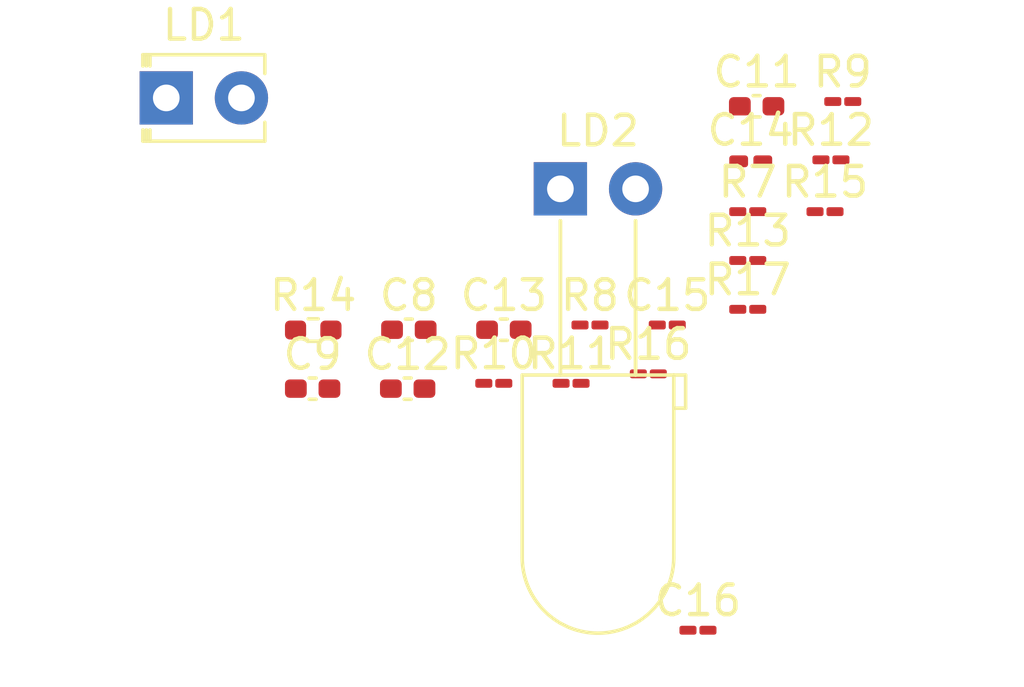
<source format=kicad_pcb>
(kicad_pcb (version 20171130) (host pcbnew "(5.1.10)-1")

  (general
    (thickness 1.6)
    (drawings 0)
    (tracks 0)
    (zones 0)
    (modules 21)
    (nets 19)
  )

  (page A4)
  (layers
    (0 F.Cu signal)
    (31 B.Cu signal)
    (32 B.Adhes user)
    (33 F.Adhes user)
    (34 B.Paste user)
    (35 F.Paste user)
    (36 B.SilkS user)
    (37 F.SilkS user)
    (38 B.Mask user)
    (39 F.Mask user)
    (40 Dwgs.User user)
    (41 Cmts.User user)
    (42 Eco1.User user)
    (43 Eco2.User user)
    (44 Edge.Cuts user)
    (45 Margin user)
    (46 B.CrtYd user)
    (47 F.CrtYd user)
    (48 B.Fab user)
    (49 F.Fab user)
  )

  (setup
    (last_trace_width 0.25)
    (trace_clearance 0.2)
    (zone_clearance 0.508)
    (zone_45_only no)
    (trace_min 0.2)
    (via_size 0.8)
    (via_drill 0.4)
    (via_min_size 0.4)
    (via_min_drill 0.3)
    (uvia_size 0.3)
    (uvia_drill 0.1)
    (uvias_allowed no)
    (uvia_min_size 0.2)
    (uvia_min_drill 0.1)
    (edge_width 0.05)
    (segment_width 0.2)
    (pcb_text_width 0.3)
    (pcb_text_size 1.5 1.5)
    (mod_edge_width 0.12)
    (mod_text_size 1 1)
    (mod_text_width 0.15)
    (pad_size 1.524 1.524)
    (pad_drill 0.762)
    (pad_to_mask_clearance 0)
    (aux_axis_origin 0 0)
    (visible_elements FFFFFF7F)
    (pcbplotparams
      (layerselection 0x010fc_ffffffff)
      (usegerberextensions false)
      (usegerberattributes true)
      (usegerberadvancedattributes true)
      (creategerberjobfile true)
      (excludeedgelayer true)
      (linewidth 0.100000)
      (plotframeref false)
      (viasonmask false)
      (mode 1)
      (useauxorigin false)
      (hpglpennumber 1)
      (hpglpenspeed 20)
      (hpglpendiameter 15.000000)
      (psnegative false)
      (psa4output false)
      (plotreference true)
      (plotvalue true)
      (plotinvisibletext false)
      (padsonsilk false)
      (subtractmaskfromsilk false)
      (outputformat 1)
      (mirror false)
      (drillshape 1)
      (scaleselection 1)
      (outputdirectory ""))
  )

  (net 0 "")
  (net 1 GNDREF)
  (net 2 Pin_8)
  (net 3 D+)
  (net 4 Pin_5)
  (net 5 "Net-(C12-Pad2)")
  (net 6 Pin_2)
  (net 7 "Net-(C14-Pad2)")
  (net 8 "Net-(LD1-Pad1)")
  (net 9 Pin_1)
  (net 10 "Net-(LD2-Pad1)")
  (net 11 "Net-(J1-Pad5)")
  (net 12 D-)
  (net 13 "Net-(J1-Pad4)")
  (net 14 "Net-(R9-Pad2)")
  (net 15 "Net-(R10-Pad1)")
  (net 16 "Net-(R11-Pad2)")
  (net 17 Pin_3)
  (net 18 VCC)

  (net_class Default "This is the default net class."
    (clearance 0.2)
    (trace_width 0.25)
    (via_dia 0.8)
    (via_drill 0.4)
    (uvia_dia 0.3)
    (uvia_drill 0.1)
    (add_net D+)
    (add_net D-)
    (add_net GNDREF)
    (add_net "Net-(C12-Pad2)")
    (add_net "Net-(C14-Pad2)")
    (add_net "Net-(J1-Pad4)")
    (add_net "Net-(J1-Pad5)")
    (add_net "Net-(LD1-Pad1)")
    (add_net "Net-(LD2-Pad1)")
    (add_net "Net-(R10-Pad1)")
    (add_net "Net-(R11-Pad2)")
    (add_net "Net-(R9-Pad2)")
    (add_net Pin_1)
    (add_net Pin_2)
    (add_net Pin_3)
    (add_net Pin_5)
    (add_net Pin_8)
    (add_net VCC)
  )

  (module LED_THT:LED_D5.0mm_Horizontal_O6.35mm_Z15.0mm (layer F.Cu) (tedit 5880A863) (tstamp 62F8082D)
    (at 86.609721 53.013281)
    (descr "LED, diameter 5.0mm z-position of LED center 3.0mm, 2 pins, diameter 5.0mm z-position of LED center 3.0mm, 2 pins, diameter 5.0mm z-position of LED center 3.0mm, 2 pins, diameter 5.0mm z-position of LED center 9.0mm, 2 pins, diameter 5.0mm z-position of LED center 9.0mm, 2 pins, diameter 5.0mm z-position of LED center 9.0mm, 2 pins, diameter 5.0mm z-position of LED center 15.0mm, 2 pins, diameter 5.0mm z-position of LED center 15.0mm, 2 pins, diameter 5.0mm z-position of LED center 15.0mm, 2 pins")
    (tags "LED diameter 5.0mm z-position of LED center 3.0mm 2 pins diameter 5.0mm z-position of LED center 3.0mm 2 pins diameter 5.0mm z-position of LED center 3.0mm 2 pins diameter 5.0mm z-position of LED center 9.0mm 2 pins diameter 5.0mm z-position of LED center 9.0mm 2 pins diameter 5.0mm z-position of LED center 9.0mm 2 pins diameter 5.0mm z-position of LED center 15.0mm 2 pins diameter 5.0mm z-position of LED center 15.0mm 2 pins diameter 5.0mm z-position of LED center 15.0mm 2 pins")
    (path /62F8164E)
    (fp_text reference LD2 (at 1.27 -1.96) (layer F.SilkS)
      (effects (font (size 1 1) (thickness 0.15)))
    )
    (fp_text value "Sensor illumination" (at 1.27 16.01) (layer F.Fab)
      (effects (font (size 1 1) (thickness 0.15)))
    )
    (fp_arc (start 1.27 12.45) (end -1.29 12.45) (angle -180) (layer F.SilkS) (width 0.12))
    (fp_arc (start 1.27 12.45) (end -1.23 12.45) (angle -180) (layer F.Fab) (width 0.1))
    (fp_line (start -1.23 6.35) (end -1.23 12.45) (layer F.Fab) (width 0.1))
    (fp_line (start 3.77 6.35) (end 3.77 12.45) (layer F.Fab) (width 0.1))
    (fp_line (start -1.23 6.35) (end 3.77 6.35) (layer F.Fab) (width 0.1))
    (fp_line (start 4.17 6.35) (end 4.17 7.35) (layer F.Fab) (width 0.1))
    (fp_line (start 4.17 7.35) (end 3.77 7.35) (layer F.Fab) (width 0.1))
    (fp_line (start 3.77 7.35) (end 3.77 6.35) (layer F.Fab) (width 0.1))
    (fp_line (start 3.77 6.35) (end 4.17 6.35) (layer F.Fab) (width 0.1))
    (fp_line (start 0 0) (end 0 6.35) (layer F.Fab) (width 0.1))
    (fp_line (start 0 6.35) (end 0 6.35) (layer F.Fab) (width 0.1))
    (fp_line (start 0 6.35) (end 0 0) (layer F.Fab) (width 0.1))
    (fp_line (start 0 0) (end 0 0) (layer F.Fab) (width 0.1))
    (fp_line (start 2.54 0) (end 2.54 6.35) (layer F.Fab) (width 0.1))
    (fp_line (start 2.54 6.35) (end 2.54 6.35) (layer F.Fab) (width 0.1))
    (fp_line (start 2.54 6.35) (end 2.54 0) (layer F.Fab) (width 0.1))
    (fp_line (start 2.54 0) (end 2.54 0) (layer F.Fab) (width 0.1))
    (fp_line (start -1.29 6.29) (end -1.29 12.45) (layer F.SilkS) (width 0.12))
    (fp_line (start 3.83 6.29) (end 3.83 12.45) (layer F.SilkS) (width 0.12))
    (fp_line (start -1.29 6.29) (end 3.83 6.29) (layer F.SilkS) (width 0.12))
    (fp_line (start 4.23 6.29) (end 4.23 7.41) (layer F.SilkS) (width 0.12))
    (fp_line (start 4.23 7.41) (end 3.83 7.41) (layer F.SilkS) (width 0.12))
    (fp_line (start 3.83 7.41) (end 3.83 6.29) (layer F.SilkS) (width 0.12))
    (fp_line (start 3.83 6.29) (end 4.23 6.29) (layer F.SilkS) (width 0.12))
    (fp_line (start 0 1.08) (end 0 6.29) (layer F.SilkS) (width 0.12))
    (fp_line (start 0 6.29) (end 0 6.29) (layer F.SilkS) (width 0.12))
    (fp_line (start 0 6.29) (end 0 1.08) (layer F.SilkS) (width 0.12))
    (fp_line (start 0 1.08) (end 0 1.08) (layer F.SilkS) (width 0.12))
    (fp_line (start 2.54 1.08) (end 2.54 6.29) (layer F.SilkS) (width 0.12))
    (fp_line (start 2.54 6.29) (end 2.54 6.29) (layer F.SilkS) (width 0.12))
    (fp_line (start 2.54 6.29) (end 2.54 1.08) (layer F.SilkS) (width 0.12))
    (fp_line (start 2.54 1.08) (end 2.54 1.08) (layer F.SilkS) (width 0.12))
    (fp_line (start -1.95 -1.25) (end -1.95 15.3) (layer F.CrtYd) (width 0.05))
    (fp_line (start -1.95 15.3) (end 4.5 15.3) (layer F.CrtYd) (width 0.05))
    (fp_line (start 4.5 15.3) (end 4.5 -1.25) (layer F.CrtYd) (width 0.05))
    (fp_line (start 4.5 -1.25) (end -1.95 -1.25) (layer F.CrtYd) (width 0.05))
    (pad 2 thru_hole circle (at 2.54 0) (size 1.8 1.8) (drill 0.9) (layers *.Cu *.Mask)
      (net 9 Pin_1))
    (pad 1 thru_hole rect (at 0 0) (size 1.8 1.8) (drill 0.9) (layers *.Cu *.Mask)
      (net 10 "Net-(LD2-Pad1)"))
    (model ${KISYS3DMOD}/LED_THT.3dshapes/LED_D5.0mm_Horizontal_O6.35mm_Z15.0mm.wrl
      (at (xyz 0 0 0))
      (scale (xyz 1 1 1))
      (rotate (xyz 0 0 0))
    )
  )

  (module LED_THT:LED_D2.0mm_W4.0mm_H2.8mm_FlatTop (layer F.Cu) (tedit 5880A862) (tstamp 62F8081B)
    (at 73.29424 49.94148)
    (descr "LED, Round, FlatTop,  Rectangular size 4.0x2.8mm^2 diameter 2.0mm, 2 pins, http://www.kingbright.com/attachments/file/psearch/000/00/00/L-1034IDT(Ver.9A).pdf")
    (tags "LED Round FlatTop  Rectangular size 4.0x2.8mm^2 diameter 2.0mm 2 pins")
    (path /62F81B20)
    (fp_text reference LD1 (at 1.27 -2.46) (layer F.SilkS)
      (effects (font (size 1 1) (thickness 0.15)))
    )
    (fp_text value "Rotary illumintion" (at 1.27 2.46) (layer F.Fab)
      (effects (font (size 1 1) (thickness 0.15)))
    )
    (fp_circle (center 1.27 0) (end 2.27 0) (layer F.Fab) (width 0.1))
    (fp_line (start -0.73 -1.4) (end -0.73 1.4) (layer F.Fab) (width 0.1))
    (fp_line (start -0.73 1.4) (end 3.27 1.4) (layer F.Fab) (width 0.1))
    (fp_line (start 3.27 1.4) (end 3.27 -1.4) (layer F.Fab) (width 0.1))
    (fp_line (start 3.27 -1.4) (end -0.73 -1.4) (layer F.Fab) (width 0.1))
    (fp_line (start -0.79 -1.46) (end 3.33 -1.46) (layer F.SilkS) (width 0.12))
    (fp_line (start -0.79 1.46) (end 3.33 1.46) (layer F.SilkS) (width 0.12))
    (fp_line (start -0.79 -1.46) (end -0.79 -1.08) (layer F.SilkS) (width 0.12))
    (fp_line (start -0.79 1.08) (end -0.79 1.46) (layer F.SilkS) (width 0.12))
    (fp_line (start 3.33 -1.46) (end 3.33 -0.825) (layer F.SilkS) (width 0.12))
    (fp_line (start 3.33 0.825) (end 3.33 1.46) (layer F.SilkS) (width 0.12))
    (fp_line (start -0.67 -1.46) (end -0.67 -1.08) (layer F.SilkS) (width 0.12))
    (fp_line (start -0.67 1.08) (end -0.67 1.46) (layer F.SilkS) (width 0.12))
    (fp_line (start -0.55 -1.46) (end -0.55 -1.08) (layer F.SilkS) (width 0.12))
    (fp_line (start -0.55 1.08) (end -0.55 1.46) (layer F.SilkS) (width 0.12))
    (fp_line (start -1.15 -1.75) (end -1.15 1.75) (layer F.CrtYd) (width 0.05))
    (fp_line (start -1.15 1.75) (end 3.7 1.75) (layer F.CrtYd) (width 0.05))
    (fp_line (start 3.7 1.75) (end 3.7 -1.75) (layer F.CrtYd) (width 0.05))
    (fp_line (start 3.7 -1.75) (end -1.15 -1.75) (layer F.CrtYd) (width 0.05))
    (pad 2 thru_hole circle (at 2.54 0) (size 1.8 1.8) (drill 0.9) (layers *.Cu *.Mask)
      (net 6 Pin_2))
    (pad 1 thru_hole rect (at 0 0) (size 1.8 1.8) (drill 0.9) (layers *.Cu *.Mask)
      (net 8 "Net-(LD1-Pad1)"))
    (model ${KISYS3DMOD}/LED_THT.3dshapes/LED_D2.0mm_W4.0mm_H2.8mm_FlatTop.wrl
      (at (xyz 0 0 0))
      (scale (xyz 1 1 1))
      (rotate (xyz 0 0 0))
    )
  )

  (module Capacitor_SMD:C_01005_0402Metric_Pad0.57x0.30mm_HandSolder (layer F.Cu) (tedit 5F6BBCCE) (tstamp 62F87134)
    (at 91.25712 67.92468)
    (descr "Capacitor SMD 01005 (0402 Metric), square (rectangular) end terminal, IPC_7351 nominal with elongated pad for handsoldering. (Body size source: http://www.vishay.com/docs/20056/crcw01005e3.pdf), generated with kicad-footprint-generator")
    (tags "capacitor handsolder")
    (path /62FADAD6)
    (attr smd)
    (fp_text reference C16 (at 0 -1) (layer F.SilkS)
      (effects (font (size 1 1) (thickness 0.15)))
    )
    (fp_text value "C NC" (at 0 1) (layer F.Fab)
      (effects (font (size 1 1) (thickness 0.15)))
    )
    (fp_text user %R (at 0 -0.62) (layer F.Fab)
      (effects (font (size 0.25 0.25) (thickness 0.04)))
    )
    (fp_line (start -0.2 0.1) (end -0.2 -0.1) (layer F.Fab) (width 0.1))
    (fp_line (start -0.2 -0.1) (end 0.2 -0.1) (layer F.Fab) (width 0.1))
    (fp_line (start 0.2 -0.1) (end 0.2 0.1) (layer F.Fab) (width 0.1))
    (fp_line (start 0.2 0.1) (end -0.2 0.1) (layer F.Fab) (width 0.1))
    (fp_line (start -0.78 0.3) (end -0.78 -0.3) (layer F.CrtYd) (width 0.05))
    (fp_line (start -0.78 -0.3) (end 0.78 -0.3) (layer F.CrtYd) (width 0.05))
    (fp_line (start 0.78 -0.3) (end 0.78 0.3) (layer F.CrtYd) (width 0.05))
    (fp_line (start 0.78 0.3) (end -0.78 0.3) (layer F.CrtYd) (width 0.05))
    (pad 2 smd roundrect (at 0.3375 0) (size 0.575 0.3) (layers F.Cu F.Mask) (roundrect_rratio 0.25)
      (net 1 GNDREF))
    (pad 1 smd roundrect (at -0.3375 0) (size 0.575 0.3) (layers F.Cu F.Mask) (roundrect_rratio 0.25)
      (net 6 Pin_2))
    (pad "" smd roundrect (at 0.3625 0) (size 0.41 0.27) (layers F.Paste) (roundrect_rratio 0.25))
    (pad "" smd roundrect (at -0.3625 0) (size 0.41 0.27) (layers F.Paste) (roundrect_rratio 0.25))
    (model ${KISYS3DMOD}/Capacitor_SMD.3dshapes/C_01005_0402Metric.wrl
      (at (xyz 0 0 0))
      (scale (xyz 1 1 1))
      (rotate (xyz 0 0 0))
    )
  )

  (module Resistor_SMD:R_01005_0402Metric_Pad0.57x0.30mm_HandSolder (layer F.Cu) (tedit 5F6BBCCE) (tstamp 62F808E8)
    (at 92.939721 57.083281)
    (descr "Resistor SMD 01005 (0402 Metric), square (rectangular) end terminal, IPC_7351 nominal with elongated pad for handsoldering. (Body size source: http://www.vishay.com/docs/20056/crcw01005e3.pdf), generated with kicad-footprint-generator")
    (tags "resistor handsolder")
    (path /62F97895)
    (attr smd)
    (fp_text reference R17 (at 0 -1) (layer F.SilkS)
      (effects (font (size 1 1) (thickness 0.15)))
    )
    (fp_text value R (at 0 1) (layer F.Fab)
      (effects (font (size 1 1) (thickness 0.15)))
    )
    (fp_text user %R (at 0 -0.62) (layer F.Fab)
      (effects (font (size 0.25 0.25) (thickness 0.04)))
    )
    (fp_line (start -0.2 0.1) (end -0.2 -0.1) (layer F.Fab) (width 0.1))
    (fp_line (start -0.2 -0.1) (end 0.2 -0.1) (layer F.Fab) (width 0.1))
    (fp_line (start 0.2 -0.1) (end 0.2 0.1) (layer F.Fab) (width 0.1))
    (fp_line (start 0.2 0.1) (end -0.2 0.1) (layer F.Fab) (width 0.1))
    (fp_line (start -0.78 0.3) (end -0.78 -0.3) (layer F.CrtYd) (width 0.05))
    (fp_line (start -0.78 -0.3) (end 0.78 -0.3) (layer F.CrtYd) (width 0.05))
    (fp_line (start 0.78 -0.3) (end 0.78 0.3) (layer F.CrtYd) (width 0.05))
    (fp_line (start 0.78 0.3) (end -0.78 0.3) (layer F.CrtYd) (width 0.05))
    (pad 2 smd roundrect (at 0.3375 0) (size 0.575 0.3) (layers F.Cu F.Mask) (roundrect_rratio 0.25)
      (net 6 Pin_2))
    (pad 1 smd roundrect (at -0.3375 0) (size 0.575 0.3) (layers F.Cu F.Mask) (roundrect_rratio 0.25)
      (net 5 "Net-(C12-Pad2)"))
    (pad "" smd roundrect (at 0.3625 0) (size 0.41 0.27) (layers F.Paste) (roundrect_rratio 0.25))
    (pad "" smd roundrect (at -0.3625 0) (size 0.41 0.27) (layers F.Paste) (roundrect_rratio 0.25))
    (model ${KISYS3DMOD}/Resistor_SMD.3dshapes/R_01005_0402Metric.wrl
      (at (xyz 0 0 0))
      (scale (xyz 1 1 1))
      (rotate (xyz 0 0 0))
    )
  )

  (module Resistor_SMD:R_01005_0402Metric_Pad0.57x0.30mm_HandSolder (layer F.Cu) (tedit 5F6BBCCE) (tstamp 62F808D7)
    (at 89.579721 59.263281)
    (descr "Resistor SMD 01005 (0402 Metric), square (rectangular) end terminal, IPC_7351 nominal with elongated pad for handsoldering. (Body size source: http://www.vishay.com/docs/20056/crcw01005e3.pdf), generated with kicad-footprint-generator")
    (tags "resistor handsolder")
    (path /62F9F594)
    (attr smd)
    (fp_text reference R16 (at 0 -1) (layer F.SilkS)
      (effects (font (size 1 1) (thickness 0.15)))
    )
    (fp_text value "R 000" (at 0 1) (layer F.Fab)
      (effects (font (size 1 1) (thickness 0.15)))
    )
    (fp_text user %R (at 0 -0.62) (layer F.Fab)
      (effects (font (size 0.25 0.25) (thickness 0.04)))
    )
    (fp_line (start -0.2 0.1) (end -0.2 -0.1) (layer F.Fab) (width 0.1))
    (fp_line (start -0.2 -0.1) (end 0.2 -0.1) (layer F.Fab) (width 0.1))
    (fp_line (start 0.2 -0.1) (end 0.2 0.1) (layer F.Fab) (width 0.1))
    (fp_line (start 0.2 0.1) (end -0.2 0.1) (layer F.Fab) (width 0.1))
    (fp_line (start -0.78 0.3) (end -0.78 -0.3) (layer F.CrtYd) (width 0.05))
    (fp_line (start -0.78 -0.3) (end 0.78 -0.3) (layer F.CrtYd) (width 0.05))
    (fp_line (start 0.78 -0.3) (end 0.78 0.3) (layer F.CrtYd) (width 0.05))
    (fp_line (start 0.78 0.3) (end -0.78 0.3) (layer F.CrtYd) (width 0.05))
    (pad 2 smd roundrect (at 0.3375 0) (size 0.575 0.3) (layers F.Cu F.Mask) (roundrect_rratio 0.25)
      (net 7 "Net-(C14-Pad2)"))
    (pad 1 smd roundrect (at -0.3375 0) (size 0.575 0.3) (layers F.Cu F.Mask) (roundrect_rratio 0.25)
      (net 6 Pin_2))
    (pad "" smd roundrect (at 0.3625 0) (size 0.41 0.27) (layers F.Paste) (roundrect_rratio 0.25))
    (pad "" smd roundrect (at -0.3625 0) (size 0.41 0.27) (layers F.Paste) (roundrect_rratio 0.25))
    (model ${KISYS3DMOD}/Resistor_SMD.3dshapes/R_01005_0402Metric.wrl
      (at (xyz 0 0 0))
      (scale (xyz 1 1 1))
      (rotate (xyz 0 0 0))
    )
  )

  (module Resistor_SMD:R_01005_0402Metric_Pad0.57x0.30mm_HandSolder (layer F.Cu) (tedit 5F6BBCCE) (tstamp 62F808C6)
    (at 95.549721 53.783281)
    (descr "Resistor SMD 01005 (0402 Metric), square (rectangular) end terminal, IPC_7351 nominal with elongated pad for handsoldering. (Body size source: http://www.vishay.com/docs/20056/crcw01005e3.pdf), generated with kicad-footprint-generator")
    (tags "resistor handsolder")
    (path /62F9F9E0)
    (attr smd)
    (fp_text reference R15 (at 0 -1) (layer F.SilkS)
      (effects (font (size 1 1) (thickness 0.15)))
    )
    (fp_text value "R 1R0" (at 0 1) (layer F.Fab)
      (effects (font (size 1 1) (thickness 0.15)))
    )
    (fp_text user %R (at 0 -0.62) (layer F.Fab)
      (effects (font (size 0.25 0.25) (thickness 0.04)))
    )
    (fp_line (start -0.2 0.1) (end -0.2 -0.1) (layer F.Fab) (width 0.1))
    (fp_line (start -0.2 -0.1) (end 0.2 -0.1) (layer F.Fab) (width 0.1))
    (fp_line (start 0.2 -0.1) (end 0.2 0.1) (layer F.Fab) (width 0.1))
    (fp_line (start 0.2 0.1) (end -0.2 0.1) (layer F.Fab) (width 0.1))
    (fp_line (start -0.78 0.3) (end -0.78 -0.3) (layer F.CrtYd) (width 0.05))
    (fp_line (start -0.78 -0.3) (end 0.78 -0.3) (layer F.CrtYd) (width 0.05))
    (fp_line (start 0.78 -0.3) (end 0.78 0.3) (layer F.CrtYd) (width 0.05))
    (fp_line (start 0.78 0.3) (end -0.78 0.3) (layer F.CrtYd) (width 0.05))
    (pad 2 smd roundrect (at 0.3375 0) (size 0.575 0.3) (layers F.Cu F.Mask) (roundrect_rratio 0.25)
      (net 18 VCC))
    (pad 1 smd roundrect (at -0.3375 0) (size 0.575 0.3) (layers F.Cu F.Mask) (roundrect_rratio 0.25)
      (net 7 "Net-(C14-Pad2)"))
    (pad "" smd roundrect (at 0.3625 0) (size 0.41 0.27) (layers F.Paste) (roundrect_rratio 0.25))
    (pad "" smd roundrect (at -0.3625 0) (size 0.41 0.27) (layers F.Paste) (roundrect_rratio 0.25))
    (model ${KISYS3DMOD}/Resistor_SMD.3dshapes/R_01005_0402Metric.wrl
      (at (xyz 0 0 0))
      (scale (xyz 1 1 1))
      (rotate (xyz 0 0 0))
    )
  )

  (module Resistor_SMD:R_0402_1005Metric_Pad0.72x0.64mm_HandSolder (layer F.Cu) (tedit 5F6BB9E0) (tstamp 62F808B5)
    (at 78.259721 57.783281)
    (descr "Resistor SMD 0402 (1005 Metric), square (rectangular) end terminal, IPC_7351 nominal with elongated pad for handsoldering. (Body size source: IPC-SM-782 page 72, https://www.pcb-3d.com/wordpress/wp-content/uploads/ipc-sm-782a_amendment_1_and_2.pdf), generated with kicad-footprint-generator")
    (tags "resistor handsolder")
    (path /62FDEBB7)
    (attr smd)
    (fp_text reference R14 (at 0 -1.17) (layer F.SilkS)
      (effects (font (size 1 1) (thickness 0.15)))
    )
    (fp_text value "R 1500ohm ± 5%" (at 0 1.17) (layer F.Fab)
      (effects (font (size 1 1) (thickness 0.15)))
    )
    (fp_text user %R (at 0 0) (layer F.Fab)
      (effects (font (size 0.26 0.26) (thickness 0.04)))
    )
    (fp_line (start -0.525 0.27) (end -0.525 -0.27) (layer F.Fab) (width 0.1))
    (fp_line (start -0.525 -0.27) (end 0.525 -0.27) (layer F.Fab) (width 0.1))
    (fp_line (start 0.525 -0.27) (end 0.525 0.27) (layer F.Fab) (width 0.1))
    (fp_line (start 0.525 0.27) (end -0.525 0.27) (layer F.Fab) (width 0.1))
    (fp_line (start -0.167621 -0.38) (end 0.167621 -0.38) (layer F.SilkS) (width 0.12))
    (fp_line (start -0.167621 0.38) (end 0.167621 0.38) (layer F.SilkS) (width 0.12))
    (fp_line (start -1.1 0.47) (end -1.1 -0.47) (layer F.CrtYd) (width 0.05))
    (fp_line (start -1.1 -0.47) (end 1.1 -0.47) (layer F.CrtYd) (width 0.05))
    (fp_line (start 1.1 -0.47) (end 1.1 0.47) (layer F.CrtYd) (width 0.05))
    (fp_line (start 1.1 0.47) (end -1.1 0.47) (layer F.CrtYd) (width 0.05))
    (pad 2 smd roundrect (at 0.5975 0) (size 0.715 0.64) (layers F.Cu F.Paste F.Mask) (roundrect_rratio 0.25)
      (net 17 Pin_3))
    (pad 1 smd roundrect (at -0.5975 0) (size 0.715 0.64) (layers F.Cu F.Paste F.Mask) (roundrect_rratio 0.25)
      (net 8 "Net-(LD1-Pad1)"))
    (model ${KISYS3DMOD}/Resistor_SMD.3dshapes/R_0402_1005Metric.wrl
      (at (xyz 0 0 0))
      (scale (xyz 1 1 1))
      (rotate (xyz 0 0 0))
    )
  )

  (module Resistor_SMD:R_01005_0402Metric_Pad0.57x0.30mm_HandSolder (layer F.Cu) (tedit 5F6BBCCE) (tstamp 62F808A4)
    (at 92.939721 55.433281)
    (descr "Resistor SMD 01005 (0402 Metric), square (rectangular) end terminal, IPC_7351 nominal with elongated pad for handsoldering. (Body size source: http://www.vishay.com/docs/20056/crcw01005e3.pdf), generated with kicad-footprint-generator")
    (tags "resistor handsolder")
    (path /62F9FE60)
    (attr smd)
    (fp_text reference R13 (at 0 -1) (layer F.SilkS)
      (effects (font (size 1 1) (thickness 0.15)))
    )
    (fp_text value "R 105" (at 0 1) (layer F.Fab)
      (effects (font (size 1 1) (thickness 0.15)))
    )
    (fp_text user %R (at 0 -0.62) (layer F.Fab)
      (effects (font (size 0.25 0.25) (thickness 0.04)))
    )
    (fp_line (start -0.2 0.1) (end -0.2 -0.1) (layer F.Fab) (width 0.1))
    (fp_line (start -0.2 -0.1) (end 0.2 -0.1) (layer F.Fab) (width 0.1))
    (fp_line (start 0.2 -0.1) (end 0.2 0.1) (layer F.Fab) (width 0.1))
    (fp_line (start 0.2 0.1) (end -0.2 0.1) (layer F.Fab) (width 0.1))
    (fp_line (start -0.78 0.3) (end -0.78 -0.3) (layer F.CrtYd) (width 0.05))
    (fp_line (start -0.78 -0.3) (end 0.78 -0.3) (layer F.CrtYd) (width 0.05))
    (fp_line (start 0.78 -0.3) (end 0.78 0.3) (layer F.CrtYd) (width 0.05))
    (fp_line (start 0.78 0.3) (end -0.78 0.3) (layer F.CrtYd) (width 0.05))
    (pad 2 smd roundrect (at 0.3375 0) (size 0.575 0.3) (layers F.Cu F.Mask) (roundrect_rratio 0.25)
      (net 6 Pin_2))
    (pad 1 smd roundrect (at -0.3375 0) (size 0.575 0.3) (layers F.Cu F.Mask) (roundrect_rratio 0.25)
      (net 4 Pin_5))
    (pad "" smd roundrect (at 0.3625 0) (size 0.41 0.27) (layers F.Paste) (roundrect_rratio 0.25))
    (pad "" smd roundrect (at -0.3625 0) (size 0.41 0.27) (layers F.Paste) (roundrect_rratio 0.25))
    (model ${KISYS3DMOD}/Resistor_SMD.3dshapes/R_01005_0402Metric.wrl
      (at (xyz 0 0 0))
      (scale (xyz 1 1 1))
      (rotate (xyz 0 0 0))
    )
  )

  (module Resistor_SMD:R_01005_0402Metric_Pad0.57x0.30mm_HandSolder (layer F.Cu) (tedit 5F6BBCCE) (tstamp 62F80893)
    (at 95.749721 52.033281)
    (descr "Resistor SMD 01005 (0402 Metric), square (rectangular) end terminal, IPC_7351 nominal with elongated pad for handsoldering. (Body size source: http://www.vishay.com/docs/20056/crcw01005e3.pdf), generated with kicad-footprint-generator")
    (tags "resistor handsolder")
    (path /62F83C24)
    (attr smd)
    (fp_text reference R12 (at 0 -1) (layer F.SilkS)
      (effects (font (size 1 1) (thickness 0.15)))
    )
    (fp_text value "330 LD2 resistor" (at 0 1) (layer F.Fab)
      (effects (font (size 1 1) (thickness 0.15)))
    )
    (fp_text user %R (at 0 -0.62) (layer F.Fab)
      (effects (font (size 0.25 0.25) (thickness 0.04)))
    )
    (fp_line (start -0.2 0.1) (end -0.2 -0.1) (layer F.Fab) (width 0.1))
    (fp_line (start -0.2 -0.1) (end 0.2 -0.1) (layer F.Fab) (width 0.1))
    (fp_line (start 0.2 -0.1) (end 0.2 0.1) (layer F.Fab) (width 0.1))
    (fp_line (start 0.2 0.1) (end -0.2 0.1) (layer F.Fab) (width 0.1))
    (fp_line (start -0.78 0.3) (end -0.78 -0.3) (layer F.CrtYd) (width 0.05))
    (fp_line (start -0.78 -0.3) (end 0.78 -0.3) (layer F.CrtYd) (width 0.05))
    (fp_line (start 0.78 -0.3) (end 0.78 0.3) (layer F.CrtYd) (width 0.05))
    (fp_line (start 0.78 0.3) (end -0.78 0.3) (layer F.CrtYd) (width 0.05))
    (pad 2 smd roundrect (at 0.3375 0) (size 0.575 0.3) (layers F.Cu F.Mask) (roundrect_rratio 0.25)
      (net 10 "Net-(LD2-Pad1)"))
    (pad 1 smd roundrect (at -0.3375 0) (size 0.575 0.3) (layers F.Cu F.Mask) (roundrect_rratio 0.25)
      (net 4 Pin_5))
    (pad "" smd roundrect (at 0.3625 0) (size 0.41 0.27) (layers F.Paste) (roundrect_rratio 0.25))
    (pad "" smd roundrect (at -0.3625 0) (size 0.41 0.27) (layers F.Paste) (roundrect_rratio 0.25))
    (model ${KISYS3DMOD}/Resistor_SMD.3dshapes/R_01005_0402Metric.wrl
      (at (xyz 0 0 0))
      (scale (xyz 1 1 1))
      (rotate (xyz 0 0 0))
    )
  )

  (module Resistor_SMD:R_01005_0402Metric_Pad0.57x0.30mm_HandSolder (layer F.Cu) (tedit 5F6BBCCE) (tstamp 62F80882)
    (at 86.969721 59.583281)
    (descr "Resistor SMD 01005 (0402 Metric), square (rectangular) end terminal, IPC_7351 nominal with elongated pad for handsoldering. (Body size source: http://www.vishay.com/docs/20056/crcw01005e3.pdf), generated with kicad-footprint-generator")
    (tags "resistor handsolder")
    (path /62F8570A)
    (attr smd)
    (fp_text reference R11 (at 0 -1) (layer F.SilkS)
      (effects (font (size 1 1) (thickness 0.15)))
    )
    (fp_text value 330_M_click (at 0 1) (layer F.Fab)
      (effects (font (size 1 1) (thickness 0.15)))
    )
    (fp_text user %R (at 0 -0.62) (layer F.Fab)
      (effects (font (size 0.25 0.25) (thickness 0.04)))
    )
    (fp_line (start -0.2 0.1) (end -0.2 -0.1) (layer F.Fab) (width 0.1))
    (fp_line (start -0.2 -0.1) (end 0.2 -0.1) (layer F.Fab) (width 0.1))
    (fp_line (start 0.2 -0.1) (end 0.2 0.1) (layer F.Fab) (width 0.1))
    (fp_line (start 0.2 0.1) (end -0.2 0.1) (layer F.Fab) (width 0.1))
    (fp_line (start -0.78 0.3) (end -0.78 -0.3) (layer F.CrtYd) (width 0.05))
    (fp_line (start -0.78 -0.3) (end 0.78 -0.3) (layer F.CrtYd) (width 0.05))
    (fp_line (start 0.78 -0.3) (end 0.78 0.3) (layer F.CrtYd) (width 0.05))
    (fp_line (start 0.78 0.3) (end -0.78 0.3) (layer F.CrtYd) (width 0.05))
    (pad 2 smd roundrect (at 0.3375 0) (size 0.575 0.3) (layers F.Cu F.Mask) (roundrect_rratio 0.25)
      (net 16 "Net-(R11-Pad2)"))
    (pad 1 smd roundrect (at -0.3375 0) (size 0.575 0.3) (layers F.Cu F.Mask) (roundrect_rratio 0.25)
      (net 9 Pin_1))
    (pad "" smd roundrect (at 0.3625 0) (size 0.41 0.27) (layers F.Paste) (roundrect_rratio 0.25))
    (pad "" smd roundrect (at -0.3625 0) (size 0.41 0.27) (layers F.Paste) (roundrect_rratio 0.25))
    (model ${KISYS3DMOD}/Resistor_SMD.3dshapes/R_01005_0402Metric.wrl
      (at (xyz 0 0 0))
      (scale (xyz 1 1 1))
      (rotate (xyz 0 0 0))
    )
  )

  (module Resistor_SMD:R_01005_0402Metric_Pad0.57x0.30mm_HandSolder (layer F.Cu) (tedit 5F6BBCCE) (tstamp 62F80871)
    (at 84.359721 59.583281)
    (descr "Resistor SMD 01005 (0402 Metric), square (rectangular) end terminal, IPC_7351 nominal with elongated pad for handsoldering. (Body size source: http://www.vishay.com/docs/20056/crcw01005e3.pdf), generated with kicad-footprint-generator")
    (tags "resistor handsolder")
    (path /62FB531F)
    (attr smd)
    (fp_text reference R10 (at 0 -1) (layer F.SilkS)
      (effects (font (size 1 1) (thickness 0.15)))
    )
    (fp_text value "R 303" (at 0 1) (layer F.Fab)
      (effects (font (size 1 1) (thickness 0.15)))
    )
    (fp_text user %R (at 0 -0.62) (layer F.Fab)
      (effects (font (size 0.25 0.25) (thickness 0.04)))
    )
    (fp_line (start -0.2 0.1) (end -0.2 -0.1) (layer F.Fab) (width 0.1))
    (fp_line (start -0.2 -0.1) (end 0.2 -0.1) (layer F.Fab) (width 0.1))
    (fp_line (start 0.2 -0.1) (end 0.2 0.1) (layer F.Fab) (width 0.1))
    (fp_line (start 0.2 0.1) (end -0.2 0.1) (layer F.Fab) (width 0.1))
    (fp_line (start -0.78 0.3) (end -0.78 -0.3) (layer F.CrtYd) (width 0.05))
    (fp_line (start -0.78 -0.3) (end 0.78 -0.3) (layer F.CrtYd) (width 0.05))
    (fp_line (start 0.78 -0.3) (end 0.78 0.3) (layer F.CrtYd) (width 0.05))
    (fp_line (start 0.78 0.3) (end -0.78 0.3) (layer F.CrtYd) (width 0.05))
    (pad 2 smd roundrect (at 0.3375 0) (size 0.575 0.3) (layers F.Cu F.Mask) (roundrect_rratio 0.25)
      (net 4 Pin_5))
    (pad 1 smd roundrect (at -0.3375 0) (size 0.575 0.3) (layers F.Cu F.Mask) (roundrect_rratio 0.25)
      (net 15 "Net-(R10-Pad1)"))
    (pad "" smd roundrect (at 0.3625 0) (size 0.41 0.27) (layers F.Paste) (roundrect_rratio 0.25))
    (pad "" smd roundrect (at -0.3625 0) (size 0.41 0.27) (layers F.Paste) (roundrect_rratio 0.25))
    (model ${KISYS3DMOD}/Resistor_SMD.3dshapes/R_01005_0402Metric.wrl
      (at (xyz 0 0 0))
      (scale (xyz 1 1 1))
      (rotate (xyz 0 0 0))
    )
  )

  (module Resistor_SMD:R_01005_0402Metric_Pad0.57x0.30mm_HandSolder (layer F.Cu) (tedit 5F6BBCCE) (tstamp 62F80860)
    (at 96.149721 50.063281)
    (descr "Resistor SMD 01005 (0402 Metric), square (rectangular) end terminal, IPC_7351 nominal with elongated pad for handsoldering. (Body size source: http://www.vishay.com/docs/20056/crcw01005e3.pdf), generated with kicad-footprint-generator")
    (tags "resistor handsolder")
    (path /62FB4CF2)
    (attr smd)
    (fp_text reference R9 (at 0 -1) (layer F.SilkS)
      (effects (font (size 1 1) (thickness 0.15)))
    )
    (fp_text value "R 303" (at 0 1) (layer F.Fab)
      (effects (font (size 1 1) (thickness 0.15)))
    )
    (fp_text user %R (at 0 -0.62) (layer F.Fab)
      (effects (font (size 0.25 0.25) (thickness 0.04)))
    )
    (fp_line (start -0.2 0.1) (end -0.2 -0.1) (layer F.Fab) (width 0.1))
    (fp_line (start -0.2 -0.1) (end 0.2 -0.1) (layer F.Fab) (width 0.1))
    (fp_line (start 0.2 -0.1) (end 0.2 0.1) (layer F.Fab) (width 0.1))
    (fp_line (start 0.2 0.1) (end -0.2 0.1) (layer F.Fab) (width 0.1))
    (fp_line (start -0.78 0.3) (end -0.78 -0.3) (layer F.CrtYd) (width 0.05))
    (fp_line (start -0.78 -0.3) (end 0.78 -0.3) (layer F.CrtYd) (width 0.05))
    (fp_line (start 0.78 -0.3) (end 0.78 0.3) (layer F.CrtYd) (width 0.05))
    (fp_line (start 0.78 0.3) (end -0.78 0.3) (layer F.CrtYd) (width 0.05))
    (pad 2 smd roundrect (at 0.3375 0) (size 0.575 0.3) (layers F.Cu F.Mask) (roundrect_rratio 0.25)
      (net 14 "Net-(R9-Pad2)"))
    (pad 1 smd roundrect (at -0.3375 0) (size 0.575 0.3) (layers F.Cu F.Mask) (roundrect_rratio 0.25)
      (net 4 Pin_5))
    (pad "" smd roundrect (at 0.3625 0) (size 0.41 0.27) (layers F.Paste) (roundrect_rratio 0.25))
    (pad "" smd roundrect (at -0.3625 0) (size 0.41 0.27) (layers F.Paste) (roundrect_rratio 0.25))
    (model ${KISYS3DMOD}/Resistor_SMD.3dshapes/R_01005_0402Metric.wrl
      (at (xyz 0 0 0))
      (scale (xyz 1 1 1))
      (rotate (xyz 0 0 0))
    )
  )

  (module Resistor_SMD:R_01005_0402Metric_Pad0.57x0.30mm_HandSolder (layer F.Cu) (tedit 5F6BBCCE) (tstamp 62F8084F)
    (at 87.609721 57.613281)
    (descr "Resistor SMD 01005 (0402 Metric), square (rectangular) end terminal, IPC_7351 nominal with elongated pad for handsoldering. (Body size source: http://www.vishay.com/docs/20056/crcw01005e3.pdf), generated with kicad-footprint-generator")
    (tags "resistor handsolder")
    (path /62FCF553)
    (attr smd)
    (fp_text reference R8 (at 0 -1) (layer F.SilkS)
      (effects (font (size 1 1) (thickness 0.15)))
    )
    (fp_text value "R 270" (at 0 1) (layer F.Fab)
      (effects (font (size 1 1) (thickness 0.15)))
    )
    (fp_text user %R (at 0 -0.62) (layer F.Fab)
      (effects (font (size 0.25 0.25) (thickness 0.04)))
    )
    (fp_line (start -0.2 0.1) (end -0.2 -0.1) (layer F.Fab) (width 0.1))
    (fp_line (start -0.2 -0.1) (end 0.2 -0.1) (layer F.Fab) (width 0.1))
    (fp_line (start 0.2 -0.1) (end 0.2 0.1) (layer F.Fab) (width 0.1))
    (fp_line (start 0.2 0.1) (end -0.2 0.1) (layer F.Fab) (width 0.1))
    (fp_line (start -0.78 0.3) (end -0.78 -0.3) (layer F.CrtYd) (width 0.05))
    (fp_line (start -0.78 -0.3) (end 0.78 -0.3) (layer F.CrtYd) (width 0.05))
    (fp_line (start 0.78 -0.3) (end 0.78 0.3) (layer F.CrtYd) (width 0.05))
    (fp_line (start 0.78 0.3) (end -0.78 0.3) (layer F.CrtYd) (width 0.05))
    (pad 2 smd roundrect (at 0.3375 0) (size 0.575 0.3) (layers F.Cu F.Mask) (roundrect_rratio 0.25)
      (net 3 D+))
    (pad 1 smd roundrect (at -0.3375 0) (size 0.575 0.3) (layers F.Cu F.Mask) (roundrect_rratio 0.25)
      (net 13 "Net-(J1-Pad4)"))
    (pad "" smd roundrect (at 0.3625 0) (size 0.41 0.27) (layers F.Paste) (roundrect_rratio 0.25))
    (pad "" smd roundrect (at -0.3625 0) (size 0.41 0.27) (layers F.Paste) (roundrect_rratio 0.25))
    (model ${KISYS3DMOD}/Resistor_SMD.3dshapes/R_01005_0402Metric.wrl
      (at (xyz 0 0 0))
      (scale (xyz 1 1 1))
      (rotate (xyz 0 0 0))
    )
  )

  (module Resistor_SMD:R_01005_0402Metric_Pad0.57x0.30mm_HandSolder (layer F.Cu) (tedit 5F6BBCCE) (tstamp 62F8083E)
    (at 92.939721 53.783281)
    (descr "Resistor SMD 01005 (0402 Metric), square (rectangular) end terminal, IPC_7351 nominal with elongated pad for handsoldering. (Body size source: http://www.vishay.com/docs/20056/crcw01005e3.pdf), generated with kicad-footprint-generator")
    (tags "resistor handsolder")
    (path /62FCEC69)
    (attr smd)
    (fp_text reference R7 (at 0 -1) (layer F.SilkS)
      (effects (font (size 1 1) (thickness 0.15)))
    )
    (fp_text value "R 270" (at 0 1) (layer F.Fab)
      (effects (font (size 1 1) (thickness 0.15)))
    )
    (fp_text user %R (at 0 -0.62) (layer F.Fab)
      (effects (font (size 0.25 0.25) (thickness 0.04)))
    )
    (fp_line (start -0.2 0.1) (end -0.2 -0.1) (layer F.Fab) (width 0.1))
    (fp_line (start -0.2 -0.1) (end 0.2 -0.1) (layer F.Fab) (width 0.1))
    (fp_line (start 0.2 -0.1) (end 0.2 0.1) (layer F.Fab) (width 0.1))
    (fp_line (start 0.2 0.1) (end -0.2 0.1) (layer F.Fab) (width 0.1))
    (fp_line (start -0.78 0.3) (end -0.78 -0.3) (layer F.CrtYd) (width 0.05))
    (fp_line (start -0.78 -0.3) (end 0.78 -0.3) (layer F.CrtYd) (width 0.05))
    (fp_line (start 0.78 -0.3) (end 0.78 0.3) (layer F.CrtYd) (width 0.05))
    (fp_line (start 0.78 0.3) (end -0.78 0.3) (layer F.CrtYd) (width 0.05))
    (pad 2 smd roundrect (at 0.3375 0) (size 0.575 0.3) (layers F.Cu F.Mask) (roundrect_rratio 0.25)
      (net 11 "Net-(J1-Pad5)"))
    (pad 1 smd roundrect (at -0.3375 0) (size 0.575 0.3) (layers F.Cu F.Mask) (roundrect_rratio 0.25)
      (net 12 D-))
    (pad "" smd roundrect (at 0.3625 0) (size 0.41 0.27) (layers F.Paste) (roundrect_rratio 0.25))
    (pad "" smd roundrect (at -0.3625 0) (size 0.41 0.27) (layers F.Paste) (roundrect_rratio 0.25))
    (model ${KISYS3DMOD}/Resistor_SMD.3dshapes/R_01005_0402Metric.wrl
      (at (xyz 0 0 0))
      (scale (xyz 1 1 1))
      (rotate (xyz 0 0 0))
    )
  )

  (module Capacitor_SMD:C_01005_0402Metric_Pad0.57x0.30mm_HandSolder (layer F.Cu) (tedit 5F6BBCCE) (tstamp 62F80809)
    (at 90.219721 57.613281)
    (descr "Capacitor SMD 01005 (0402 Metric), square (rectangular) end terminal, IPC_7351 nominal with elongated pad for handsoldering. (Body size source: http://www.vishay.com/docs/20056/crcw01005e3.pdf), generated with kicad-footprint-generator")
    (tags "capacitor handsolder")
    (path /62FA0A45)
    (attr smd)
    (fp_text reference C15 (at 0 -1) (layer F.SilkS)
      (effects (font (size 1 1) (thickness 0.15)))
    )
    (fp_text value C (at 0 1) (layer F.Fab)
      (effects (font (size 1 1) (thickness 0.15)))
    )
    (fp_text user %R (at 0 -0.62) (layer F.Fab)
      (effects (font (size 0.25 0.25) (thickness 0.04)))
    )
    (fp_line (start -0.2 0.1) (end -0.2 -0.1) (layer F.Fab) (width 0.1))
    (fp_line (start -0.2 -0.1) (end 0.2 -0.1) (layer F.Fab) (width 0.1))
    (fp_line (start 0.2 -0.1) (end 0.2 0.1) (layer F.Fab) (width 0.1))
    (fp_line (start 0.2 0.1) (end -0.2 0.1) (layer F.Fab) (width 0.1))
    (fp_line (start -0.78 0.3) (end -0.78 -0.3) (layer F.CrtYd) (width 0.05))
    (fp_line (start -0.78 -0.3) (end 0.78 -0.3) (layer F.CrtYd) (width 0.05))
    (fp_line (start 0.78 -0.3) (end 0.78 0.3) (layer F.CrtYd) (width 0.05))
    (fp_line (start 0.78 0.3) (end -0.78 0.3) (layer F.CrtYd) (width 0.05))
    (pad 2 smd roundrect (at 0.3375 0) (size 0.575 0.3) (layers F.Cu F.Mask) (roundrect_rratio 0.25)
      (net 1 GNDREF))
    (pad 1 smd roundrect (at -0.3375 0) (size 0.575 0.3) (layers F.Cu F.Mask) (roundrect_rratio 0.25)
      (net 7 "Net-(C14-Pad2)"))
    (pad "" smd roundrect (at 0.3625 0) (size 0.41 0.27) (layers F.Paste) (roundrect_rratio 0.25))
    (pad "" smd roundrect (at -0.3625 0) (size 0.41 0.27) (layers F.Paste) (roundrect_rratio 0.25))
    (model ${KISYS3DMOD}/Capacitor_SMD.3dshapes/C_01005_0402Metric.wrl
      (at (xyz 0 0 0))
      (scale (xyz 1 1 1))
      (rotate (xyz 0 0 0))
    )
  )

  (module Capacitor_SMD:C_0201_0603Metric_Pad0.64x0.40mm_HandSolder (layer F.Cu) (tedit 5F6BB9E0) (tstamp 62F807F8)
    (at 93.039721 52.083281)
    (descr "Capacitor SMD 0201 (0603 Metric), square (rectangular) end terminal, IPC_7351 nominal with elongated pad for handsoldering. (Body size source: https://www.vishay.com/docs/20052/crcw0201e3.pdf), generated with kicad-footprint-generator")
    (tags "capacitor handsolder")
    (path /62FA0303)
    (attr smd)
    (fp_text reference C14 (at 0 -1.05) (layer F.SilkS)
      (effects (font (size 1 1) (thickness 0.15)))
    )
    (fp_text value C (at 0 1.05) (layer F.Fab)
      (effects (font (size 1 1) (thickness 0.15)))
    )
    (fp_text user %R (at 0 -0.68) (layer F.Fab)
      (effects (font (size 0.25 0.25) (thickness 0.04)))
    )
    (fp_line (start -0.3 0.15) (end -0.3 -0.15) (layer F.Fab) (width 0.1))
    (fp_line (start -0.3 -0.15) (end 0.3 -0.15) (layer F.Fab) (width 0.1))
    (fp_line (start 0.3 -0.15) (end 0.3 0.15) (layer F.Fab) (width 0.1))
    (fp_line (start 0.3 0.15) (end -0.3 0.15) (layer F.Fab) (width 0.1))
    (fp_line (start -0.88 0.35) (end -0.88 -0.35) (layer F.CrtYd) (width 0.05))
    (fp_line (start -0.88 -0.35) (end 0.88 -0.35) (layer F.CrtYd) (width 0.05))
    (fp_line (start 0.88 -0.35) (end 0.88 0.35) (layer F.CrtYd) (width 0.05))
    (fp_line (start 0.88 0.35) (end -0.88 0.35) (layer F.CrtYd) (width 0.05))
    (pad 2 smd roundrect (at 0.4075 0) (size 0.635 0.4) (layers F.Cu F.Mask) (roundrect_rratio 0.25)
      (net 7 "Net-(C14-Pad2)"))
    (pad 1 smd roundrect (at -0.4075 0) (size 0.635 0.4) (layers F.Cu F.Mask) (roundrect_rratio 0.25)
      (net 1 GNDREF))
    (pad "" smd roundrect (at 0.4325 0) (size 0.458 0.36) (layers F.Paste) (roundrect_rratio 0.25))
    (pad "" smd roundrect (at -0.4325 0) (size 0.458 0.36) (layers F.Paste) (roundrect_rratio 0.25))
    (model ${KISYS3DMOD}/Capacitor_SMD.3dshapes/C_0201_0603Metric.wrl
      (at (xyz 0 0 0))
      (scale (xyz 1 1 1))
      (rotate (xyz 0 0 0))
    )
  )

  (module Capacitor_SMD:C_0402_1005Metric_Pad0.74x0.62mm_HandSolder (layer F.Cu) (tedit 5F6BB22C) (tstamp 62F807E7)
    (at 84.699721 57.773281)
    (descr "Capacitor SMD 0402 (1005 Metric), square (rectangular) end terminal, IPC_7351 nominal with elongated pad for handsoldering. (Body size source: IPC-SM-782 page 76, https://www.pcb-3d.com/wordpress/wp-content/uploads/ipc-sm-782a_amendment_1_and_2.pdf), generated with kicad-footprint-generator")
    (tags "capacitor handsolder")
    (path /62F9902F)
    (attr smd)
    (fp_text reference C13 (at 0 -1.16) (layer F.SilkS)
      (effects (font (size 1 1) (thickness 0.15)))
    )
    (fp_text value C (at 0 1.16) (layer F.Fab)
      (effects (font (size 1 1) (thickness 0.15)))
    )
    (fp_text user %R (at 0 0) (layer F.Fab)
      (effects (font (size 0.25 0.25) (thickness 0.04)))
    )
    (fp_line (start -0.5 0.25) (end -0.5 -0.25) (layer F.Fab) (width 0.1))
    (fp_line (start -0.5 -0.25) (end 0.5 -0.25) (layer F.Fab) (width 0.1))
    (fp_line (start 0.5 -0.25) (end 0.5 0.25) (layer F.Fab) (width 0.1))
    (fp_line (start 0.5 0.25) (end -0.5 0.25) (layer F.Fab) (width 0.1))
    (fp_line (start -0.115835 -0.36) (end 0.115835 -0.36) (layer F.SilkS) (width 0.12))
    (fp_line (start -0.115835 0.36) (end 0.115835 0.36) (layer F.SilkS) (width 0.12))
    (fp_line (start -1.08 0.46) (end -1.08 -0.46) (layer F.CrtYd) (width 0.05))
    (fp_line (start -1.08 -0.46) (end 1.08 -0.46) (layer F.CrtYd) (width 0.05))
    (fp_line (start 1.08 -0.46) (end 1.08 0.46) (layer F.CrtYd) (width 0.05))
    (fp_line (start 1.08 0.46) (end -1.08 0.46) (layer F.CrtYd) (width 0.05))
    (pad 2 smd roundrect (at 0.5675 0) (size 0.735 0.62) (layers F.Cu F.Paste F.Mask) (roundrect_rratio 0.25)
      (net 6 Pin_2))
    (pad 1 smd roundrect (at -0.5675 0) (size 0.735 0.62) (layers F.Cu F.Paste F.Mask) (roundrect_rratio 0.25)
      (net 1 GNDREF))
    (model ${KISYS3DMOD}/Capacitor_SMD.3dshapes/C_0402_1005Metric.wrl
      (at (xyz 0 0 0))
      (scale (xyz 1 1 1))
      (rotate (xyz 0 0 0))
    )
  )

  (module Capacitor_SMD:C_0402_1005Metric_Pad0.74x0.62mm_HandSolder (layer F.Cu) (tedit 5F6BB22C) (tstamp 62F807D6)
    (at 81.449721 59.763281)
    (descr "Capacitor SMD 0402 (1005 Metric), square (rectangular) end terminal, IPC_7351 nominal with elongated pad for handsoldering. (Body size source: IPC-SM-782 page 76, https://www.pcb-3d.com/wordpress/wp-content/uploads/ipc-sm-782a_amendment_1_and_2.pdf), generated with kicad-footprint-generator")
    (tags "capacitor handsolder")
    (path /62F98763)
    (attr smd)
    (fp_text reference C12 (at 0 -1.16) (layer F.SilkS)
      (effects (font (size 1 1) (thickness 0.15)))
    )
    (fp_text value C (at 0 1.16) (layer F.Fab)
      (effects (font (size 1 1) (thickness 0.15)))
    )
    (fp_text user %R (at 0 0) (layer F.Fab)
      (effects (font (size 0.25 0.25) (thickness 0.04)))
    )
    (fp_line (start -0.5 0.25) (end -0.5 -0.25) (layer F.Fab) (width 0.1))
    (fp_line (start -0.5 -0.25) (end 0.5 -0.25) (layer F.Fab) (width 0.1))
    (fp_line (start 0.5 -0.25) (end 0.5 0.25) (layer F.Fab) (width 0.1))
    (fp_line (start 0.5 0.25) (end -0.5 0.25) (layer F.Fab) (width 0.1))
    (fp_line (start -0.115835 -0.36) (end 0.115835 -0.36) (layer F.SilkS) (width 0.12))
    (fp_line (start -0.115835 0.36) (end 0.115835 0.36) (layer F.SilkS) (width 0.12))
    (fp_line (start -1.08 0.46) (end -1.08 -0.46) (layer F.CrtYd) (width 0.05))
    (fp_line (start -1.08 -0.46) (end 1.08 -0.46) (layer F.CrtYd) (width 0.05))
    (fp_line (start 1.08 -0.46) (end 1.08 0.46) (layer F.CrtYd) (width 0.05))
    (fp_line (start 1.08 0.46) (end -1.08 0.46) (layer F.CrtYd) (width 0.05))
    (pad 2 smd roundrect (at 0.5675 0) (size 0.735 0.62) (layers F.Cu F.Paste F.Mask) (roundrect_rratio 0.25)
      (net 5 "Net-(C12-Pad2)"))
    (pad 1 smd roundrect (at -0.5675 0) (size 0.735 0.62) (layers F.Cu F.Paste F.Mask) (roundrect_rratio 0.25)
      (net 1 GNDREF))
    (model ${KISYS3DMOD}/Capacitor_SMD.3dshapes/C_0402_1005Metric.wrl
      (at (xyz 0 0 0))
      (scale (xyz 1 1 1))
      (rotate (xyz 0 0 0))
    )
  )

  (module Capacitor_SMD:C_0402_1005Metric_Pad0.74x0.62mm_HandSolder (layer F.Cu) (tedit 5F6BB22C) (tstamp 62F807C5)
    (at 93.239721 50.223281)
    (descr "Capacitor SMD 0402 (1005 Metric), square (rectangular) end terminal, IPC_7351 nominal with elongated pad for handsoldering. (Body size source: IPC-SM-782 page 76, https://www.pcb-3d.com/wordpress/wp-content/uploads/ipc-sm-782a_amendment_1_and_2.pdf), generated with kicad-footprint-generator")
    (tags "capacitor handsolder")
    (path /62FAF89C)
    (attr smd)
    (fp_text reference C11 (at 0 -1.16) (layer F.SilkS)
      (effects (font (size 1 1) (thickness 0.15)))
    )
    (fp_text value C (at 0 1.16) (layer F.Fab)
      (effects (font (size 1 1) (thickness 0.15)))
    )
    (fp_text user %R (at 0 0) (layer F.Fab)
      (effects (font (size 0.25 0.25) (thickness 0.04)))
    )
    (fp_line (start -0.5 0.25) (end -0.5 -0.25) (layer F.Fab) (width 0.1))
    (fp_line (start -0.5 -0.25) (end 0.5 -0.25) (layer F.Fab) (width 0.1))
    (fp_line (start 0.5 -0.25) (end 0.5 0.25) (layer F.Fab) (width 0.1))
    (fp_line (start 0.5 0.25) (end -0.5 0.25) (layer F.Fab) (width 0.1))
    (fp_line (start -0.115835 -0.36) (end 0.115835 -0.36) (layer F.SilkS) (width 0.12))
    (fp_line (start -0.115835 0.36) (end 0.115835 0.36) (layer F.SilkS) (width 0.12))
    (fp_line (start -1.08 0.46) (end -1.08 -0.46) (layer F.CrtYd) (width 0.05))
    (fp_line (start -1.08 -0.46) (end 1.08 -0.46) (layer F.CrtYd) (width 0.05))
    (fp_line (start 1.08 -0.46) (end 1.08 0.46) (layer F.CrtYd) (width 0.05))
    (fp_line (start 1.08 0.46) (end -1.08 0.46) (layer F.CrtYd) (width 0.05))
    (pad 2 smd roundrect (at 0.5675 0) (size 0.735 0.62) (layers F.Cu F.Paste F.Mask) (roundrect_rratio 0.25)
      (net 4 Pin_5))
    (pad 1 smd roundrect (at -0.5675 0) (size 0.735 0.62) (layers F.Cu F.Paste F.Mask) (roundrect_rratio 0.25)
      (net 1 GNDREF))
    (model ${KISYS3DMOD}/Capacitor_SMD.3dshapes/C_0402_1005Metric.wrl
      (at (xyz 0 0 0))
      (scale (xyz 1 1 1))
      (rotate (xyz 0 0 0))
    )
  )

  (module Capacitor_SMD:C_0402_1005Metric_Pad0.74x0.62mm_HandSolder (layer F.Cu) (tedit 5F6BB22C) (tstamp 62F807B4)
    (at 78.239721 59.763281)
    (descr "Capacitor SMD 0402 (1005 Metric), square (rectangular) end terminal, IPC_7351 nominal with elongated pad for handsoldering. (Body size source: IPC-SM-782 page 76, https://www.pcb-3d.com/wordpress/wp-content/uploads/ipc-sm-782a_amendment_1_and_2.pdf), generated with kicad-footprint-generator")
    (tags "capacitor handsolder")
    (path /62FC49F6)
    (attr smd)
    (fp_text reference C9 (at 0 -1.16) (layer F.SilkS)
      (effects (font (size 1 1) (thickness 0.15)))
    )
    (fp_text value C (at 0 1.16) (layer F.Fab)
      (effects (font (size 1 1) (thickness 0.15)))
    )
    (fp_text user %R (at 0 0) (layer F.Fab)
      (effects (font (size 0.25 0.25) (thickness 0.04)))
    )
    (fp_line (start -0.5 0.25) (end -0.5 -0.25) (layer F.Fab) (width 0.1))
    (fp_line (start -0.5 -0.25) (end 0.5 -0.25) (layer F.Fab) (width 0.1))
    (fp_line (start 0.5 -0.25) (end 0.5 0.25) (layer F.Fab) (width 0.1))
    (fp_line (start 0.5 0.25) (end -0.5 0.25) (layer F.Fab) (width 0.1))
    (fp_line (start -0.115835 -0.36) (end 0.115835 -0.36) (layer F.SilkS) (width 0.12))
    (fp_line (start -0.115835 0.36) (end 0.115835 0.36) (layer F.SilkS) (width 0.12))
    (fp_line (start -1.08 0.46) (end -1.08 -0.46) (layer F.CrtYd) (width 0.05))
    (fp_line (start -1.08 -0.46) (end 1.08 -0.46) (layer F.CrtYd) (width 0.05))
    (fp_line (start 1.08 -0.46) (end 1.08 0.46) (layer F.CrtYd) (width 0.05))
    (fp_line (start 1.08 0.46) (end -1.08 0.46) (layer F.CrtYd) (width 0.05))
    (pad 2 smd roundrect (at 0.5675 0) (size 0.735 0.62) (layers F.Cu F.Paste F.Mask) (roundrect_rratio 0.25)
      (net 1 GNDREF))
    (pad 1 smd roundrect (at -0.5675 0) (size 0.735 0.62) (layers F.Cu F.Paste F.Mask) (roundrect_rratio 0.25)
      (net 3 D+))
    (model ${KISYS3DMOD}/Capacitor_SMD.3dshapes/C_0402_1005Metric.wrl
      (at (xyz 0 0 0))
      (scale (xyz 1 1 1))
      (rotate (xyz 0 0 0))
    )
  )

  (module Capacitor_SMD:C_0402_1005Metric_Pad0.74x0.62mm_HandSolder (layer F.Cu) (tedit 5F6BB22C) (tstamp 62F807A3)
    (at 81.489721 57.773281)
    (descr "Capacitor SMD 0402 (1005 Metric), square (rectangular) end terminal, IPC_7351 nominal with elongated pad for handsoldering. (Body size source: IPC-SM-782 page 76, https://www.pcb-3d.com/wordpress/wp-content/uploads/ipc-sm-782a_amendment_1_and_2.pdf), generated with kicad-footprint-generator")
    (tags "capacitor handsolder")
    (path /62FC41C4)
    (attr smd)
    (fp_text reference C8 (at 0 -1.16) (layer F.SilkS)
      (effects (font (size 1 1) (thickness 0.15)))
    )
    (fp_text value C (at 0 1.16) (layer F.Fab)
      (effects (font (size 1 1) (thickness 0.15)))
    )
    (fp_text user %R (at 0 0) (layer F.Fab)
      (effects (font (size 0.25 0.25) (thickness 0.04)))
    )
    (fp_line (start -0.5 0.25) (end -0.5 -0.25) (layer F.Fab) (width 0.1))
    (fp_line (start -0.5 -0.25) (end 0.5 -0.25) (layer F.Fab) (width 0.1))
    (fp_line (start 0.5 -0.25) (end 0.5 0.25) (layer F.Fab) (width 0.1))
    (fp_line (start 0.5 0.25) (end -0.5 0.25) (layer F.Fab) (width 0.1))
    (fp_line (start -0.115835 -0.36) (end 0.115835 -0.36) (layer F.SilkS) (width 0.12))
    (fp_line (start -0.115835 0.36) (end 0.115835 0.36) (layer F.SilkS) (width 0.12))
    (fp_line (start -1.08 0.46) (end -1.08 -0.46) (layer F.CrtYd) (width 0.05))
    (fp_line (start -1.08 -0.46) (end 1.08 -0.46) (layer F.CrtYd) (width 0.05))
    (fp_line (start 1.08 -0.46) (end 1.08 0.46) (layer F.CrtYd) (width 0.05))
    (fp_line (start 1.08 0.46) (end -1.08 0.46) (layer F.CrtYd) (width 0.05))
    (pad 2 smd roundrect (at 0.5675 0) (size 0.735 0.62) (layers F.Cu F.Paste F.Mask) (roundrect_rratio 0.25)
      (net 1 GNDREF))
    (pad 1 smd roundrect (at -0.5675 0) (size 0.735 0.62) (layers F.Cu F.Paste F.Mask) (roundrect_rratio 0.25)
      (net 2 Pin_8))
    (model ${KISYS3DMOD}/Capacitor_SMD.3dshapes/C_0402_1005Metric.wrl
      (at (xyz 0 0 0))
      (scale (xyz 1 1 1))
      (rotate (xyz 0 0 0))
    )
  )

)

</source>
